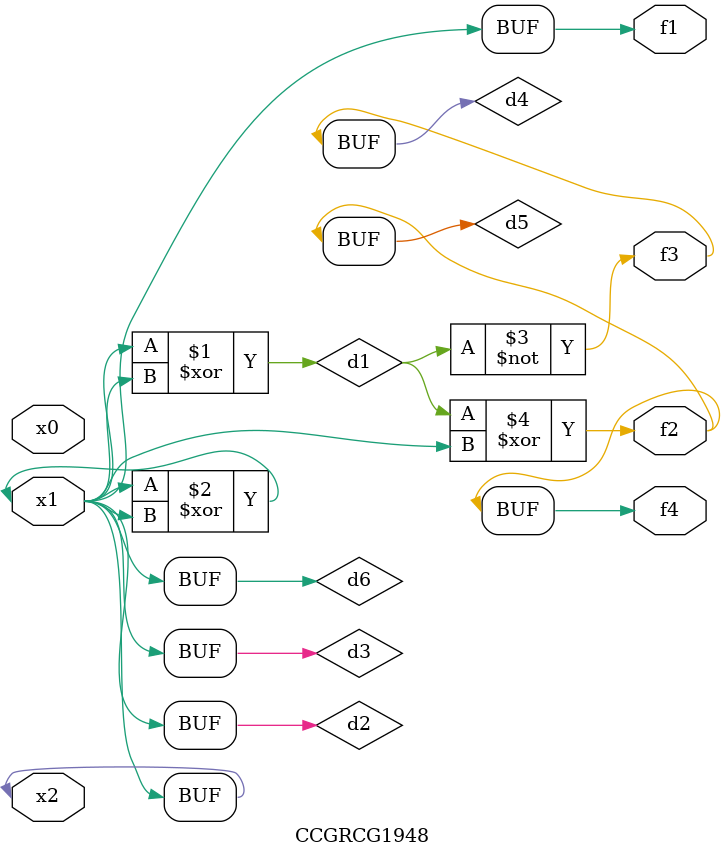
<source format=v>
module CCGRCG1948(
	input x0, x1, x2,
	output f1, f2, f3, f4
);

	wire d1, d2, d3, d4, d5, d6;

	xor (d1, x1, x2);
	buf (d2, x1, x2);
	xor (d3, x1, x2);
	nor (d4, d1);
	xor (d5, d1, d2);
	buf (d6, d2, d3);
	assign f1 = d6;
	assign f2 = d5;
	assign f3 = d4;
	assign f4 = d5;
endmodule

</source>
